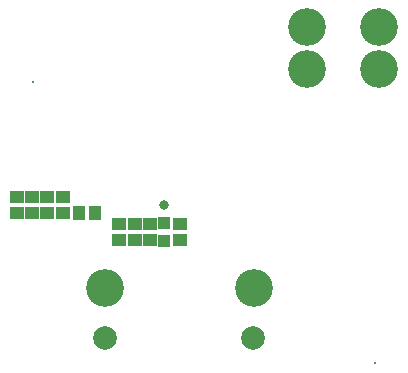
<source format=gbs>
G04*
G04 #@! TF.GenerationSoftware,Altium Limited,Altium Designer,20.0.9 (164)*
G04*
G04 Layer_Color=16711935*
%FSLAX25Y25*%
%MOIN*%
G70*
G01*
G75*
%ADD38R,0.04143X0.04537*%
%ADD42R,0.04537X0.04143*%
%ADD43R,0.04147X0.04147*%
%ADD57C,0.00800*%
%ADD58C,0.07887*%
%ADD59C,0.12611*%
%ADD60C,0.03162*%
D38*
X44587Y62205D02*
D03*
X49902D02*
D03*
D42*
X77953Y58563D02*
D03*
Y53248D02*
D03*
X38976Y62303D02*
D03*
Y67618D02*
D03*
X57874Y53248D02*
D03*
Y58563D02*
D03*
X68110Y58563D02*
D03*
Y53248D02*
D03*
X62992Y58563D02*
D03*
Y53248D02*
D03*
X23622Y62303D02*
D03*
Y67618D02*
D03*
X28740Y62303D02*
D03*
Y67618D02*
D03*
X33858Y62303D02*
D03*
Y67618D02*
D03*
D43*
X72835Y52854D02*
D03*
Y58957D02*
D03*
D57*
X29146Y106035D02*
D03*
X143122Y12335D02*
D03*
D58*
X102500Y20669D02*
D03*
X53000D02*
D03*
D59*
X120484Y124146D02*
D03*
X144500D02*
D03*
Y110169D02*
D03*
X120484D02*
D03*
X53161Y37138D02*
D03*
X102768D02*
D03*
D60*
X72835Y64961D02*
D03*
M02*

</source>
